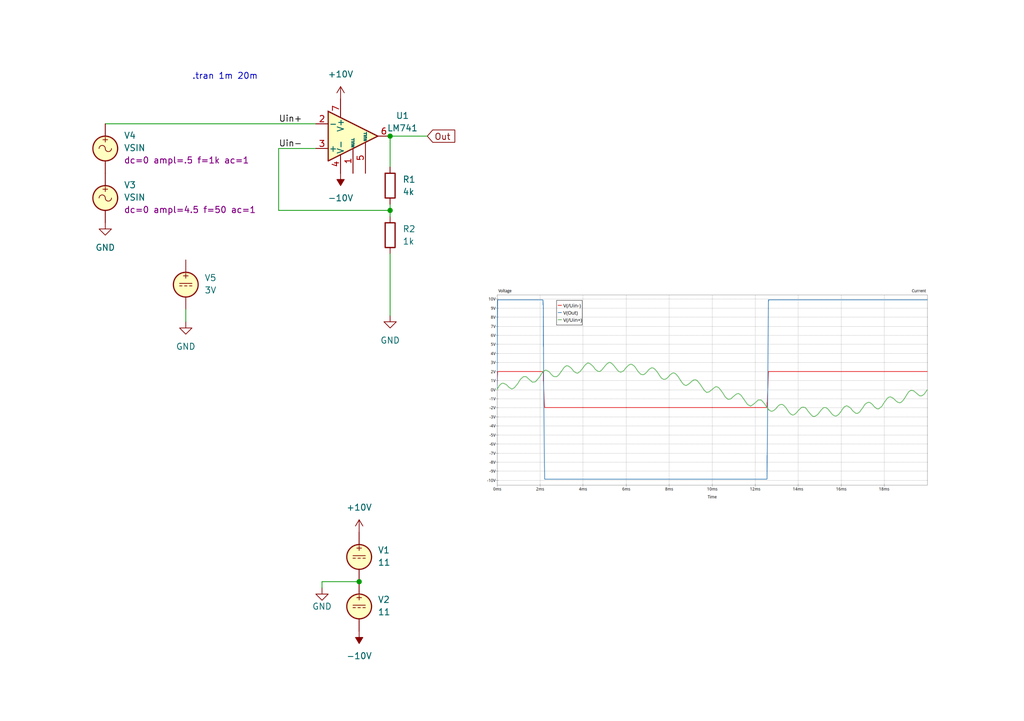
<source format=kicad_sch>
(kicad_sch (version 20250114) (generator "eeschema") (generator_version "9.0")
  (paper "A5")
  (lib_symbols
    (symbol "Amplifier_Operational:LM741" (pin_names (offset 0.127))
      (property "Reference" "U1" (at 10.16 4.1909 0))
      (property "Value" "LM741" (at 10.16 1.6509 0))
      (symbol "LM741_0_1"
        (polyline (pts (xy -5.08 5.08) (xy 5.08 0) (xy -5.08 -5.08) (xy -5.08 5.08)) (stroke (width 0.254)) (fill (type background)))
      )
      (symbol "LM741_1_1"
        (pin input line (at -7.62 2.54 0) (length 2.54) (name "-") (number "2"))
        (pin input line (at -7.62 -2.54 0) (length 2.54) (name "+") (number "3"))
        (pin power_in line (at -2.54 7.62 270) (length 3.81) (name "V+") (number "7"))
        (pin power_in line (at -2.54 -7.62 90) (length 3.81) (name "V-") (number "4"))
        (pin no_connect line (at 0 2.54 270) (length 2.54) (hide yes) (name "NC") (number "8"))
        (pin input line (at 0 -7.62 90) (length 5.08) (name "NULL") (number "1"))
        (pin input line (at 2.54 -7.62 90) (length 6.35) (name "NULL") (number "5"))
        (pin output line (at 7.62 0 180) (length 2.54) (name "~") (number "6"))
      )
    )
    (symbol "Device:R" (pin_numbers (hide yes)) (pin_names (offset 0))
      (property "Reference" "R" (at 2.032 0 90))
      (property "Value" "R" (at 0 0 90))
      (symbol "R_0_1"
        (rectangle (start -1.016 -2.54) (end 1.016 2.54) (stroke (width 0.254)))
      )
      (symbol "R_1_1"
        (pin passive line (at 0 3.81 270) (length 1.27) (name "~") (number "1"))
        (pin passive line (at 0 -3.81 90) (length 1.27) (name "~") (number "2"))
      )
    )
    (symbol "Simulation_SPICE:VDC" (pin_numbers (hide yes)) (pin_names (offset 0.0254))
      (property "Reference" "V" (at 2.54 2.54 0))
      (property "Value" "1" (at 2.54 0 0))
      (symbol "VDC_0_0"
        (polyline (pts (xy -1.27 0.254) (xy 1.27 0.254)))
        (polyline (pts (xy -0.762 -0.254) (xy -1.27 -0.254)))
        (polyline (pts (xy 0.254 -0.254) (xy -0.254 -0.254)))
        (polyline (pts (xy 1.27 -0.254) (xy 0.762 -0.254)))
        (text "+" (at 0 1.905 0) (effects (font (size 1.27 1.27))))
      )
      (symbol "VDC_0_1"
        (circle (center 0 0) (radius 2.54) (stroke (width 0.254)) (fill (type background)))
      )
      (symbol "VDC_1_1"
        (pin passive line (at 0 5.08 270) (length 2.54) (name "~") (number "1"))
        (pin passive line (at 0 -5.08 90) (length 2.54) (name "~") (number "2"))
      )
    )
    (symbol "Simulation_SPICE:VSIN" (pin_numbers (hide yes)) (pin_names (offset 0.0254))
      (property "Reference" "V" (at 2.54 2.54 0))
      (property "Value" "VSIN" (at 2.54 0 0))
      (property "Sim.Params" "dc=0 ampl=1 f=1k ac=1" (at 2.54 -2.54 0))
      (symbol "VSIN_0_0"
        (arc (start -1.27 0) (mid -0.635 0.6323) (end 0 0))
        (arc (start 1.27 0) (mid 0.635 -0.6323) (end 0 0))
        (text "+" (at 0 1.905 0) (effects (font (size 1.27 1.27))))
      )
      (symbol "VSIN_0_1"
        (circle (center 0 0) (radius 2.54) (stroke (width 0.254)) (fill (type background)))
      )
      (symbol "VSIN_1_1"
        (pin passive line (at 0 5.08 270) (length 2.54) (name "~") (number "1"))
        (pin passive line (at 0 -5.08 90) (length 2.54) (name "~") (number "2"))
      )
    )
    (symbol "VDC_1" (pin_numbers (hide yes)) (pin_names (offset 0.0254))
      (property "Reference" "V" (at 2.54 2.54 0))
      (property "Value" "1" (at 2.54 0 0))
      (symbol "VDC_1_0_0"
        (polyline (pts (xy -1.27 0.254) (xy 1.27 0.254)))
        (polyline (pts (xy -0.762 -0.254) (xy -1.27 -0.254)))
        (polyline (pts (xy 0.254 -0.254) (xy -0.254 -0.254)))
        (polyline (pts (xy 1.27 -0.254) (xy 0.762 -0.254)))
        (text "+" (at 0 1.905 0) (effects (font (size 1.27 1.27))))
      )
      (symbol "VDC_1_0_1"
        (circle (center 0 0) (radius 2.54) (stroke (width 0.254)) (fill (type background)))
      )
      (symbol "VDC_1_1_1"
        (pin passive line (at 0 5.08 270) (length 2.54) (name "~") (number "1"))
        (pin passive line (at 0 -5.08 90) (length 2.54) (name "~") (number "2"))
      )
    )
    (symbol "power:+10V" (power) (pin_names (offset 0))
      (property "Value" "+10V" (at 0 3.556 0))
      (symbol "+10V_0_1"
        (polyline (pts (xy -0.762 1.27) (xy 0 2.54)))
        (polyline (pts (xy 0 2.54) (xy 0.762 1.27)))
        (polyline (pts (xy 0 0) (xy 0 2.54)))
      )
      (symbol "+10V_1_1"
        (pin power_in line (at 0 0 90) (length 0) (hide yes) (name "+10V") (number "1"))
      )
    )
    (symbol "power:-10V" (power) (pin_names (offset 0))
      (property "Value" "-10V" (at 0 3.81 0))
      (symbol "-10V_0_0"
        (pin power_in line (at 0 0 90) (length 0) (hide yes) (name "-10V") (number "1"))
      )
      (symbol "-10V_0_1"
        (polyline (pts (xy 0 0) (xy 0 1.27) (xy 0.762 1.27) (xy 0 2.54) (xy -0.762 1.27) (xy 0 1.27)) (fill (type outline)))
      )
    )
    (symbol "power:GND" (power) (pin_names (offset 0))
      (property "Value" "GND" (at 0 -3.81 0))
      (symbol "GND_0_1"
        (polyline (pts (xy 0 0) (xy 0 -1.27) (xy 1.27 -1.27) (xy 0 -2.54) (xy -1.27 -1.27) (xy 0 -1.27)))
      )
      (symbol "GND_1_1"
        (pin power_in line (at 0 0 270) (length 0) (hide yes) (name "GND") (number "1"))
      )
    )
  )
  (text ".tran 1m 20m" (at 39.37 16.51 0) (effects (font (size 1.27 1.27)) (justify left bottom)))
  (junction (at 80.01 27.94))
  (junction (at 80.01 43.18))
  (junction (at 73.66 119.38))
  (wire (pts (xy 80.01 27.94) (xy 87.63 27.94)))
  (wire (pts (xy 80.01 27.94) (xy 80.01 34.29)))
  (wire (pts (xy 21.59 25.4) (xy 64.77 25.4)))
  (wire (pts (xy 64.77 30.48) (xy 57.15 30.48)))
  (wire (pts (xy 80.01 52.07) (xy 80.01 64.77)))
  (wire (pts (xy 57.15 43.18) (xy 80.01 43.18)))
  (wire (pts (xy 66.04 119.38) (xy 73.66 119.38)))
  (wire (pts (xy 66.04 119.38) (xy 66.04 120.65)))
  (wire (pts (xy 38.1 63.5) (xy 38.1 66.04)))
  (wire (pts (xy 80.01 43.18) (xy 80.01 44.45)))
  (wire (pts (xy 80.01 41.91) (xy 80.01 43.18)))
  (wire (pts (xy 57.15 30.48) (xy 57.15 43.18)))
  (image (at 146.05 80.01) (scale 0.831149))
  (label "Uin+" (at 57.15 25.4 0))
  (label "Uin-" (at 57.15 30.48 0))
  (global_label "Out" (shape input) (at 87.63 27.94 0) (property "Intersheetrefs" "${INTERSHEET_REFS}" (effects (hide yes))))
  (symbol (lib_id "power:+10V") (at 73.66 109.22 0) (unit 1)
    (property "Reference" "#PWR02" (effects (hide yes)))
    (property "Value" "+10V" (at 73.66 104.14 0))
  )
  (symbol (lib_id "power:-10V") (at 73.66 129.54 180) (unit 1)
    (property "Reference" "#PWR03" (effects (hide yes)))
    (property "Value" "-10V" (at 73.66 134.62 0))
  )
  (symbol (lib_id "Device:R") (at 80.01 48.26 0) (unit 1)
    (property "Reference" "R2" (at 82.55 46.99 0) (effects (justify left)))
    (property "Value" "1k" (at 82.55 49.53 0) (effects (justify left)))
  )
  (symbol (lib_id "Simulation_SPICE:VSIN") (at 21.59 30.48 0) (unit 1)
    (property "Reference" "V4" (at 25.4 27.8102 0) (effects (justify left)))
    (property "Value" "VSIN" (at 25.4 30.3502 0) (effects (justify left)))
    (property "Sim.Pins" "1=+ 2=-" (effects (hide yes)))
    (property "Sim.Params" "dc=0 ampl=.5 f=1k ac=1" (at 25.4 32.8902 0) (effects (justify left)))
    (property "Sim.Type" "SIN" (effects (hide yes)))
    (property "Sim.Device" "V" (effects (hide yes)))
  )
  (symbol (lib_id "Simulation_SPICE:VDC") (at 73.66 124.46 0) (unit 1)
    (property "Reference" "V2" (at 77.47 123.0602 0) (effects (justify left)))
    (property "Value" "11" (at 77.47 125.6002 0) (effects (justify left)))
    (property "Sim.Pins" "1=+ 2=-" (effects (hide yes)))
    (property "Sim.Type" "DC" (effects (hide yes)))
    (property "Sim.Device" "V" (effects (hide yes)))
  )
  (symbol (lib_id "power:GND") (at 38.1 66.04 0) (unit 1)
    (property "Reference" "#PWR08" (effects (hide yes)))
    (property "Value" "GND" (at 38.1 71.12 0))
  )
  (symbol (lib_id "Simulation_SPICE:VSIN") (at 21.59 40.64 0) (unit 1)
    (property "Reference" "V3" (at 25.4 37.9701 0) (effects (justify left)))
    (property "Value" "VSIN" (at 25.4 40.5101 0) (effects (justify left)))
    (property "Sim.Pins" "1=+ 2=-" (effects (hide yes)))
    (property "Sim.Params" "dc=0 ampl=4.5 f=50 ac=1" (at 25.4 43.0501 0) (effects (justify left)))
    (property "Sim.Type" "SIN" (effects (hide yes)))
    (property "Sim.Device" "V" (effects (hide yes)))
  )
  (symbol (lib_id "Device:R") (at 80.01 38.1 0) (unit 1)
    (property "Reference" "R1" (at 82.55 36.83 0) (effects (justify left)))
    (property "Value" "4k" (at 82.55 39.37 0) (effects (justify left)))
  )
  (symbol (lib_id "Simulation_SPICE:VDC") (at 73.66 114.3 0) (unit 1)
    (property "Reference" "V1" (at 77.47 112.9002 0) (effects (justify left)))
    (property "Value" "11" (at 77.47 115.4402 0) (effects (justify left)))
    (property "Sim.Pins" "1=+ 2=-" (effects (hide yes)))
    (property "Sim.Type" "DC" (effects (hide yes)))
    (property "Sim.Device" "V" (effects (hide yes)))
  )
  (symbol (lib_id "power:-10V") (at 69.85 35.56 180) (unit 1)
    (property "Reference" "#PWR04" (effects (hide yes)))
    (property "Value" "-10V" (at 69.85 40.64 0))
  )
  (symbol (lib_id "power:GND") (at 21.59 45.72 0) (unit 1)
    (property "Reference" "#PWR06" (effects (hide yes)))
    (property "Value" "GND" (at 21.59 50.8 0))
  )
  (symbol (lib_id "power:+10V") (at 69.85 20.32 0) (unit 1)
    (property "Reference" "#PWR05" (effects (hide yes)))
    (property "Value" "+10V" (at 69.85 15.24 0))
  )
  (symbol (lib_id "Amplifier_Operational:LM741") (at 72.39 27.94 0) (unit 1)
    (property "Reference" "U1" (at 82.55 23.7491 0))
    (property "Value" "LM741" (at 82.55 26.2891 0))
    (property "Datasheet" "http://www.ti.com/lit/ds/symlink/lm741.pdf" (effects (hide yes)))
    (property "Sim.Library" "/home/david/.local/share/kicad/SpiceLibrary/Models/Operational Amplifier/lm741.mod" (effects (hide yes)))
    (property "Sim.Name" "LM741" (effects (hide yes)))
    (property "Sim.Device" "SUBCKT" (effects (hide yes)))
    (property "Sim.Pins" "2=2 3=1 4=50 6=28 7=99" (effects (hide yes)))
  )
  (symbol (lib_id "power:GND") (at 80.01 64.77 0) (unit 1)
    (property "Reference" "#PWR07" (effects (hide yes)))
    (property "Value" "GND" (at 80.01 69.85 0))
  )
  (symbol (lib_id "power:GND") (at 66.04 120.65 0) (unit 1)
    (property "Reference" "#PWR01" (effects (hide yes)))
    (property "Value" "GND" (at 66.04 124.46 0))
  )
  (symbol (lib_name "VDC_1") (lib_id "Simulation_SPICE:VDC") (at 38.1 58.42 0) (unit 1)
    (property "Reference" "V5" (at 41.91 57.0201 0) (effects (justify left)))
    (property "Value" "3V" (at 41.91 59.5601 0) (effects (justify left)))
    (property "Datasheet" "https://ngspice.sourceforge.io/docs/ngspice-html-manual/manual.xhtml#sec_Independent_Sources_for" (effects (hide yes)))
    (property "Description" "Voltage source, DC" (effects (hide yes)))
    (property "Sim.Pins" "1=+ 2=-" (effects (hide yes)))
    (property "Sim.Type" "DC" (effects (hide yes)))
    (property "Sim.Device" "V" (effects (hide yes)))
  )
)
</source>
